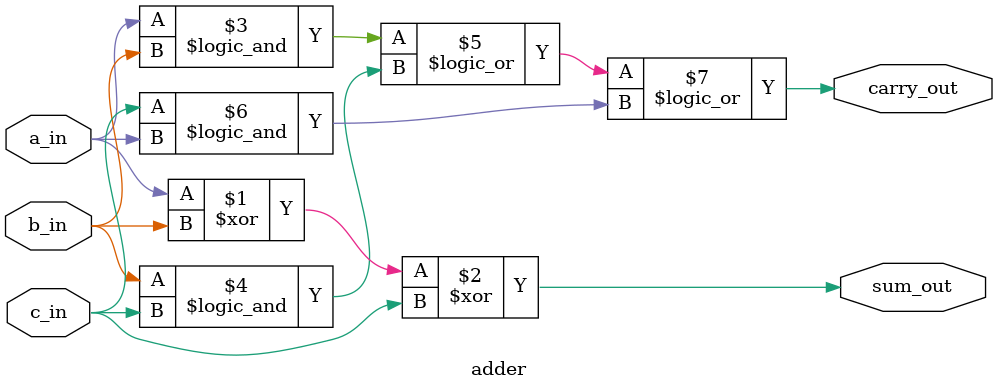
<source format=v>
`timescale 1ns / 1ps


module adder(
    input a_in,
    input b_in,
    input c_in,
    output sum_out,
    output carry_out
    );
    
    assign sum_out = (a_in ^ b_in ^ c_in);
    assign carry_out = (a_in && b_in) || (b_in && c_in) || (c_in && a_in);
    
endmodule

</source>
